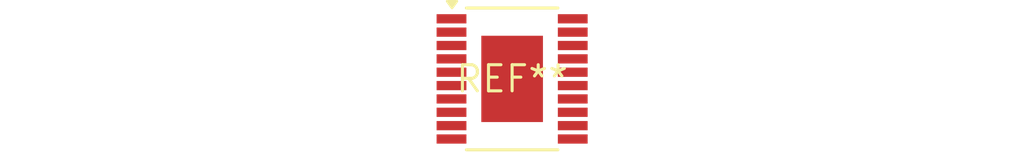
<source format=kicad_pcb>
(kicad_pcb (version 20240108) (generator pcbnew)
  (layers (0 "F.Cu" signal) (31 "B.Cu" signal) (34 "B.Paste" user) (35 "F.Paste" user) (36 "B.SilkS" user "B.Silkscreen") (37 "F.SilkS" user "F.Silkscreen") (38 "B.Mask" user) (39 "F.Mask" user) (44 "Edge.Cuts" user))
  (net 0 "")
  (footprint "ETSSOP-20-1EP_4.4x6.5mm_P0.65mm_EP3x4.2mm" (layer "F.Cu") (at 0 0)
    (property "Reference" "REF**")
    (property "Value" "ETSSOP-20-1EP_4.4x6.5mm_P0.65mm_EP3x4.2mm")
    (fp_line (start -2.225 -3.45) (end 2.225 -3.45) (layer "F.SilkS") (stroke (width 0.15)))
    (fp_line (start -2.225 3.45) (end 2.225 3.45) (layer "F.SilkS") (stroke (width 0.15)))
    (fp_poly (pts (xy -2.925 -3.45) (xy -3.165 -3.78) (xy -2.685 -3.78) (xy -2.925 -3.45)) (layer "F.SilkS") (stroke (width 0.12)) (fill solid))
    (pad "1" smd rect (at -2.95 -2.925) (size 1.45 0.45) (layers "F.Cu" "F.Paste" "F.Mask"))
    (pad "2" smd rect (at -2.95 -2.275) (size 1.45 0.45) (layers "F.Cu" "F.Paste" "F.Mask"))
    (pad "3" smd rect (at -2.95 -1.625) (size 1.45 0.45) (layers "F.Cu" "F.Paste" "F.Mask"))
    (pad "4" smd rect (at -2.95 -0.975) (size 1.45 0.45) (layers "F.Cu" "F.Paste" "F.Mask"))
    (pad "5" smd rect (at -2.95 -0.325) (size 1.45 0.45) (layers "F.Cu" "F.Paste" "F.Mask"))
    (pad "6" smd rect (at -2.95 0.325) (size 1.45 0.45) (layers "F.Cu" "F.Paste" "F.Mask"))
    (pad "7" smd rect (at -2.95 0.975) (size 1.45 0.45) (layers "F.Cu" "F.Paste" "F.Mask"))
    (pad "8" smd rect (at -2.95 1.625) (size 1.45 0.45) (layers "F.Cu" "F.Paste" "F.Mask"))
    (pad "9" smd rect (at -2.95 2.275) (size 1.45 0.45) (layers "F.Cu" "F.Paste" "F.Mask"))
    (pad "10" smd rect (at -2.95 2.925) (size 1.45 0.45) (layers "F.Cu" "F.Paste" "F.Mask"))
    (pad "11" smd rect (at 2.95 2.925) (size 1.45 0.45) (layers "F.Cu" "F.Paste" "F.Mask"))
    (pad "12" smd rect (at 2.95 2.275) (size 1.45 0.45) (layers "F.Cu" "F.Paste" "F.Mask"))
    (pad "13" smd rect (at 2.95 1.625) (size 1.45 0.45) (layers "F.Cu" "F.Paste" "F.Mask"))
    (pad "14" smd rect (at 2.95 0.975) (size 1.45 0.45) (layers "F.Cu" "F.Paste" "F.Mask"))
    (pad "15" smd rect (at 2.95 0.325) (size 1.45 0.45) (layers "F.Cu" "F.Paste" "F.Mask"))
    (pad "16" smd rect (at 2.95 -0.325) (size 1.45 0.45) (layers "F.Cu" "F.Paste" "F.Mask"))
    (pad "17" smd rect (at 2.95 -0.975) (size 1.45 0.45) (layers "F.Cu" "F.Paste" "F.Mask"))
    (pad "18" smd rect (at 2.95 -1.625) (size 1.45 0.45) (layers "F.Cu" "F.Paste" "F.Mask"))
    (pad "19" smd rect (at 2.95 -2.275) (size 1.45 0.45) (layers "F.Cu" "F.Paste" "F.Mask"))
    (pad "20" smd rect (at 2.95 -2.925) (size 1.45 0.45) (layers "F.Cu" "F.Paste" "F.Mask"))
    (pad "21" smd rect (at 0 0) (size 3 4.2) (layers "F.Cu" "F.Paste" "F.Mask"))
  )
)
</source>
